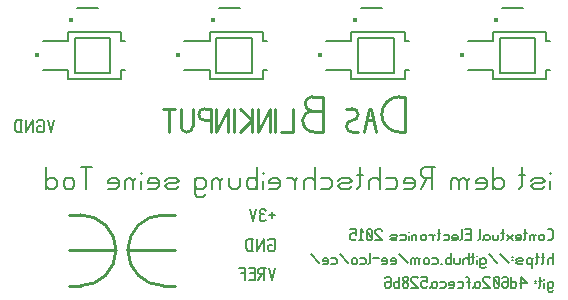
<source format=gbo>
G04 start of page 9 for group -4078 idx -4078 *
G04 Title: Das Blinkinput, bottomsilk *
G04 Creator: pcb 1.99z *
G04 CreationDate: Thu 04 Jun 2015 03:29:16 PM GMT UTC *
G04 For: eelco *
G04 Format: Gerber/RS-274X *
G04 PCB-Dimensions (mil): 3937.01 3937.01 *
G04 PCB-Coordinate-Origin: lower left *
%MOIN*%
%FSLAX25Y25*%
%LNBOTTOMSILK*%
%ADD56C,0.0157*%
%ADD55C,0.0081*%
%ADD54C,0.0079*%
%ADD53C,0.0090*%
%ADD52C,0.0098*%
G54D52*X153543Y224409D02*X149606D01*
X153543Y212598D02*X137795D01*
X153543Y200787D02*X149606D01*
X118110Y224409D02*X122047D01*
X118110Y212598D02*X133858D01*
X118110Y200787D02*X122047D01*
X218110Y259843D02*X216535Y251969D01*
X218110Y259843D02*X218898D01*
X214567Y251969D02*X212598D01*
Y259843D02*X210630D01*
X202756Y251969D02*Y263780D01*
X199213D01*
Y259055D02*X202756D01*
X200000Y251969D02*X202756D01*
X218898Y259843D02*X220472Y251969D01*
X219488Y255906D02*X217520D01*
X230315Y263780D02*Y251969D01*
Y263780D02*X228346D01*
Y251969D02*X230315D01*
X192913Y259843D02*Y251969D01*
X187008Y259843D02*Y251969D01*
X192913D02*X188976D01*
X185039D02*Y259843D01*
X181102Y251969D01*
Y259843D01*
X179134D02*Y251969D01*
Y255906D02*X175197Y259843D01*
X179134Y255906D02*X175197Y251969D01*
X173228Y259843D02*Y251969D01*
X171260D02*Y259843D01*
X167323Y251969D01*
Y259843D01*
X165354Y251969D02*Y259843D01*
X163386D01*
Y255906D02*X165354D01*
X159449Y259843D02*Y253937D01*
X155512D02*Y259843D01*
X153543D02*X149606D01*
X151575D02*Y251969D01*
X149606Y224409D02*G75*G03X137795Y212598I0J-11811D01*G01*
G75*G03X149606Y200787I11811J0D01*G01*
X122047Y224409D02*G75*G02X133858Y212598I0J-11811D01*G01*
G75*G02X122047Y200787I-11811J0D01*G01*
X163386Y259843D02*G75*G03X161417Y257874I0J-1969D01*G01*
G75*G03X163386Y255906I1969J0D01*G01*
X157480Y251969D02*G75*G03X159449Y253937I0J1969D01*G01*
X157480Y251969D02*G75*G02X155512Y253937I0J1969D01*G01*
X212598Y251969D02*G75*G02X210630Y253937I0J1969D01*G01*
G75*G02X212598Y255906I1969J0D01*G01*
G75*G03X214567Y257874I0J1969D01*G01*
X212598Y259843D02*G75*G02X214567Y257874I0J-1969D01*G01*
X228346Y263780D02*G75*G03X222441Y257874I0J-5906D01*G01*
G75*G03X228346Y251969I5906J0D01*G01*
X199213Y263780D02*G75*G03X196850Y261417I0J-2362D01*G01*
G75*G03X199213Y259055I2362J0D01*G01*
G75*G03X196063Y255906I0J-3150D01*G01*
G75*G03X200000Y251969I3937J0D01*G01*
G54D53*X278543Y238346D02*Y238526D01*
G54D54*Y233126D02*Y235826D01*
X273143Y233126D02*X275843D01*
X273143D02*X272243Y234026D01*
X273143Y234926D02*X272243Y234026D01*
X273143Y234926D02*X275843D01*
X276743Y235826D02*X275843Y234926D01*
X276743Y235826D02*X275843Y236726D01*
X273143D02*X275843D01*
X273143D02*X272243Y235826D01*
X276743Y234026D02*X275843Y233126D01*
X269183Y234026D02*Y240326D01*
Y234026D02*X268283Y233126D01*
Y237626D02*X270083D01*
X259643Y233126D02*Y240326D01*
X260543Y233126D02*X259643Y234026D01*
X260543Y233126D02*X262343D01*
X263243Y234026D02*X262343Y233126D01*
X263243Y234026D02*Y235826D01*
X262343Y236726D01*
X260543D02*X262343D01*
X260543D02*X259643Y235826D01*
X253883Y233126D02*X256583D01*
X257483Y234026D02*X256583Y233126D01*
X257483Y234026D02*Y235826D01*
X256583Y236726D01*
X254783D02*X256583D01*
X254783D02*X253883Y235826D01*
Y234926D02*X257483D01*
X253883D02*Y235826D01*
X250823Y233126D02*Y235826D01*
X249923Y236726D01*
X249023D02*X249923D01*
X249023D02*X248123Y235826D01*
Y233126D02*Y235826D01*
X247223Y236726D01*
X246323D02*X247223D01*
X246323D02*X245423Y235826D01*
Y233126D02*Y235826D01*
X251723Y236726D02*X250823Y235826D01*
X236423Y240326D02*X240023D01*
X236423D02*X235523Y239426D01*
Y237626D02*Y239426D01*
X236423Y236726D02*X235523Y237626D01*
X236423Y236726D02*X239123D01*
Y233126D02*Y240326D01*
X237683Y236726D02*X235523Y233126D01*
X229763D02*X232463D01*
X233363Y234026D02*X232463Y233126D01*
X233363Y234026D02*Y235826D01*
X232463Y236726D01*
X230663D02*X232463D01*
X230663D02*X229763Y235826D01*
Y234926D02*X233363D01*
X229763D02*Y235826D01*
X224003Y236726D02*X226703D01*
X227603Y235826D02*X226703Y236726D01*
X227603Y234026D02*Y235826D01*
Y234026D02*X226703Y233126D01*
X224003D02*X226703D01*
X221843D02*Y240326D01*
Y235826D02*X220943Y236726D01*
X219143D02*X220943D01*
X219143D02*X218243Y235826D01*
Y233126D02*Y235826D01*
X215183Y234026D02*Y240326D01*
Y234026D02*X214283Y233126D01*
Y237626D02*X216083D01*
X208883Y233126D02*X211583D01*
X208883D02*X207983Y234026D01*
X208883Y234926D02*X207983Y234026D01*
X208883Y234926D02*X211583D01*
X212483Y235826D02*X211583Y234926D01*
X212483Y235826D02*X211583Y236726D01*
X208883D02*X211583D01*
X208883D02*X207983Y235826D01*
X212483Y234026D02*X211583Y233126D01*
X202223Y236726D02*X204923D01*
X205823Y235826D02*X204923Y236726D01*
X205823Y234026D02*Y235826D01*
Y234026D02*X204923Y233126D01*
X202223D02*X204923D01*
X200063D02*Y240326D01*
Y235826D02*X199163Y236726D01*
X197363D02*X199163D01*
X197363D02*X196463Y235826D01*
Y233126D02*Y235826D01*
X193403Y233126D02*Y235826D01*
X192503Y236726D01*
X190703D02*X192503D01*
X194303D02*X193403Y235826D01*
X184943Y233126D02*X187643D01*
X188543Y234026D02*X187643Y233126D01*
X188543Y234026D02*Y235826D01*
X187643Y236726D01*
X185843D02*X187643D01*
X185843D02*X184943Y235826D01*
Y234926D02*X188543D01*
X184943D02*Y235826D01*
G54D53*X182783Y238346D02*Y238526D01*
G54D54*Y233126D02*Y235826D01*
X180983Y233126D02*Y240326D01*
Y234026D02*X180083Y233126D01*
X178283D02*X180083D01*
X178283D02*X177383Y234026D01*
Y235826D01*
X178283Y236726D02*X177383Y235826D01*
X178283Y236726D02*X180083D01*
X180983Y235826D02*X180083Y236726D01*
X175223Y234026D02*Y236726D01*
Y234026D02*X174323Y233126D01*
X172523D02*X174323D01*
X172523D02*X171623Y234026D01*
Y236726D01*
X168563Y233126D02*Y235826D01*
X167663Y236726D01*
X166763D02*X167663D01*
X166763D02*X165863Y235826D01*
Y233126D02*Y235826D01*
X169463Y236726D02*X168563Y235826D01*
X161003Y236726D02*X160103Y235826D01*
X161003Y236726D02*X162803D01*
X163703Y235826D02*X162803Y236726D01*
X163703Y234026D02*Y235826D01*
Y234026D02*X162803Y233126D01*
X161003D02*X162803D01*
X161003D02*X160103Y234026D01*
X163703Y231326D02*X162803Y230426D01*
X161003D02*X162803D01*
X161003D02*X160103Y231326D01*
Y236726D01*
X151103Y233126D02*X153803D01*
X151103D02*X150203Y234026D01*
X151103Y234926D02*X150203Y234026D01*
X151103Y234926D02*X153803D01*
X154703Y235826D02*X153803Y234926D01*
X154703Y235826D02*X153803Y236726D01*
X151103D02*X153803D01*
X151103D02*X150203Y235826D01*
X154703Y234026D02*X153803Y233126D01*
X144443D02*X147143D01*
X148043Y234026D02*X147143Y233126D01*
X148043Y234026D02*Y235826D01*
X147143Y236726D01*
X145343D02*X147143D01*
X145343D02*X144443Y235826D01*
Y234926D02*X148043D01*
X144443D02*Y235826D01*
G54D53*X142283Y238346D02*Y238526D01*
G54D54*Y233126D02*Y235826D01*
X139583Y233126D02*Y235826D01*
X138683Y236726D01*
X137783D02*X138683D01*
X137783D02*X136883Y235826D01*
Y233126D02*Y235826D01*
X140483Y236726D02*X139583Y235826D01*
X131123Y233126D02*X133823D01*
X134723Y234026D02*X133823Y233126D01*
X134723Y234026D02*Y235826D01*
X133823Y236726D01*
X132023D02*X133823D01*
X132023D02*X131123Y235826D01*
Y234926D02*X134723D01*
X131123D02*Y235826D01*
X122123Y240326D02*X125723D01*
X123923Y233126D02*Y240326D01*
X119963Y234026D02*Y235826D01*
X119063Y236726D01*
X117263D02*X119063D01*
X117263D02*X116363Y235826D01*
Y234026D02*Y235826D01*
X117263Y233126D02*X116363Y234026D01*
X117263Y233126D02*X119063D01*
X119963Y234026D02*X119063Y233126D01*
X110603D02*Y240326D01*
X111503Y233126D02*X110603Y234026D01*
X111503Y233126D02*X113303D01*
X114203Y234026D02*X113303Y233126D01*
X114203Y234026D02*Y235826D01*
X113303Y236726D01*
X111503D02*X113303D01*
X111503D02*X110603Y235826D01*
X185008Y224362D02*X187008D01*
X186008Y223362D02*Y225362D01*
X183808Y225862D02*X183308Y226362D01*
X182308D02*X183308D01*
X182308D02*X181808Y225862D01*
X182308Y222362D02*X181808Y222862D01*
X182308Y222362D02*X183308D01*
X183808Y222862D02*X183308Y222362D01*
X182308Y224562D02*X183308D01*
X181808Y225062D02*Y225862D01*
Y222862D02*Y224062D01*
X182308Y224562D01*
X181808Y225062D02*X182308Y224562D01*
X180608Y226362D02*X179608Y222362D01*
X178608Y226362D01*
X185008Y216520D02*X184508Y216020D01*
X185008Y216520D02*X186508D01*
X187008Y216020D02*X186508Y216520D01*
X187008Y213020D02*Y216020D01*
Y213020D02*X186508Y212520D01*
X185008D02*X186508D01*
X185008D02*X184508Y213020D01*
Y214020D01*
X185008Y214520D02*X184508Y214020D01*
X185008Y214520D02*X186008D01*
X183308Y212520D02*Y216520D01*
X180808Y212520D01*
Y216520D01*
X179108Y212520D02*Y216520D01*
X177808D02*X177108Y215820D01*
Y213220D02*Y215820D01*
X177808Y212520D02*X177108Y213220D01*
X177808Y212520D02*X179608D01*
X177808Y216520D02*X179608D01*
X187008Y206677D02*X186008Y202677D01*
X185008Y206677D01*
X181808D02*X183808D01*
X181808D02*X181308Y206177D01*
Y205177D02*Y206177D01*
X181808Y204677D02*X181308Y205177D01*
X181808Y204677D02*X183308D01*
Y202677D02*Y206677D01*
X182508Y204677D02*X181308Y202677D01*
X178608Y204877D02*X180108D01*
X178108Y202677D02*X180108D01*
Y206677D01*
X178108D02*X180108D01*
X176908Y202677D02*Y206677D01*
X174908D02*X176908D01*
X175408Y204877D02*X176908D01*
X277708Y215922D02*X278891D01*
X279528Y216559D02*X278891Y215922D01*
X279528Y216559D02*Y218925D01*
X278891Y219562D01*
X277708D02*X278891D01*
X276616Y216377D02*Y217287D01*
X276161Y217742D01*
X275251D02*X276161D01*
X275251D02*X274796Y217287D01*
Y216377D02*Y217287D01*
X275251Y215922D02*X274796Y216377D01*
X275251Y215922D02*X276161D01*
X276616Y216377D02*X276161Y215922D01*
X273249D02*Y217287D01*
X272794Y217742D01*
X272339D02*X272794D01*
X272339D02*X271884Y217287D01*
Y215922D02*Y217287D01*
X273704Y217742D02*X273249Y217287D01*
X270337Y216377D02*Y219562D01*
Y216377D02*X269882Y215922D01*
Y218197D02*X270792D01*
X267152Y215922D02*X268517D01*
X268972Y216377D02*X268517Y215922D01*
X268972Y216377D02*Y217287D01*
X268517Y217742D01*
X267607D02*X268517D01*
X267607D02*X267152Y217287D01*
Y216832D02*X268972D01*
X267152D02*Y217287D01*
X266060Y217742D02*X264240Y215922D01*
X266060D02*X264240Y217742D01*
X262693Y216377D02*Y219562D01*
Y216377D02*X262238Y215922D01*
Y218197D02*X263148D01*
X261328Y216377D02*Y217742D01*
Y216377D02*X260873Y215922D01*
X259963D02*X260873D01*
X259963D02*X259508Y216377D01*
Y217742D01*
X257051D02*X256596Y217287D01*
X257051Y217742D02*X257961D01*
X258416Y217287D02*X257961Y217742D01*
X258416Y216377D02*Y217287D01*
Y216377D02*X257961Y215922D01*
X256596Y216377D02*Y217742D01*
Y216377D02*X256141Y215922D01*
X257051D02*X257961D01*
X257051D02*X256596Y216377D01*
X255049D02*Y219562D01*
Y216377D02*X254594Y215922D01*
X250681Y217924D02*X252046D01*
X250226Y215922D02*X252046D01*
Y219562D01*
X250226D02*X252046D01*
X249134Y216377D02*Y219562D01*
Y216377D02*X248679Y215922D01*
X245949D02*X247314D01*
X247769Y216377D02*X247314Y215922D01*
X247769Y216377D02*Y217287D01*
X247314Y217742D01*
X246404D02*X247314D01*
X246404D02*X245949Y217287D01*
Y216832D02*X247769D01*
X245949D02*Y217287D01*
X243037Y217742D02*X244402D01*
X244857Y217287D02*X244402Y217742D01*
X244857Y216377D02*Y217287D01*
Y216377D02*X244402Y215922D01*
X243037D02*X244402D01*
X241490Y216377D02*Y219562D01*
Y216377D02*X241035Y215922D01*
Y218197D02*X241945D01*
X239670Y215922D02*Y217287D01*
X239215Y217742D01*
X238305D02*X239215D01*
X240125D02*X239670Y217287D01*
X237213Y216377D02*Y217287D01*
X236758Y217742D01*
X235848D02*X236758D01*
X235848D02*X235393Y217287D01*
Y216377D02*Y217287D01*
X235848Y215922D02*X235393Y216377D01*
X235848Y215922D02*X236758D01*
X237213Y216377D02*X236758Y215922D01*
X233846D02*Y217287D01*
X233391Y217742D01*
X232936D02*X233391D01*
X232936D02*X232480Y217287D01*
Y215922D02*Y217287D01*
X234300Y217742D02*X233846Y217287D01*
X231388Y218561D02*Y218652D01*
Y215922D02*Y217287D01*
X228658Y217742D02*X230023D01*
X230478Y217287D02*X230023Y217742D01*
X230478Y216377D02*Y217287D01*
Y216377D02*X230023Y215922D01*
X228658D02*X230023D01*
X225746D02*X227111D01*
X225746D02*X225291Y216377D01*
X225746Y216832D02*X225291Y216377D01*
X225746Y216832D02*X227111D01*
X227566Y217287D02*X227111Y216832D01*
X227566Y217287D02*X227111Y217742D01*
X225746D02*X227111D01*
X225746D02*X225291Y217287D01*
X227566Y216377D02*X227111Y215922D01*
X222561Y219107D02*X222106Y219562D01*
X220741D02*X222106D01*
X220741D02*X220286Y219107D01*
Y218197D02*Y219107D01*
X222561Y215922D02*X220286Y218197D01*
Y215922D02*X222561D01*
X219194Y216377D02*X218739Y215922D01*
X219194Y216377D02*Y219107D01*
X218739Y219562D01*
X217829D02*X218739D01*
X217829D02*X217374Y219107D01*
Y216377D02*Y219107D01*
X217829Y215922D02*X217374Y216377D01*
X217829Y215922D02*X218739D01*
X219194Y216832D02*X217374Y218652D01*
X216282Y218834D02*X215554Y219562D01*
Y215922D02*Y219562D01*
X214917Y215922D02*X216282D01*
X212005Y219562D02*X213825D01*
Y217742D02*Y219562D01*
Y217742D02*X213370Y218197D01*
X212460D02*X213370D01*
X212460D02*X212005Y217742D01*
Y216377D02*Y217742D01*
X212460Y215922D02*X212005Y216377D01*
X212460Y215922D02*X213370D01*
X213825Y216377D02*X213370Y215922D01*
X279528Y208048D02*Y211688D01*
Y209413D02*X279073Y209868D01*
X278163D02*X279073D01*
X278163D02*X277708Y209413D01*
Y208048D02*Y209413D01*
X276161Y208503D02*Y211688D01*
Y208503D02*X275706Y208048D01*
Y210323D02*X276616D01*
X274341Y208503D02*Y211688D01*
Y208503D02*X273886Y208048D01*
Y210323D02*X274796D01*
X272521Y206683D02*Y209413D01*
X272976Y209868D02*X272521Y209413D01*
X272066Y209868D01*
X271156D02*X272066D01*
X271156D02*X270701Y209413D01*
Y208503D02*Y209413D01*
X271156Y208048D02*X270701Y208503D01*
X271156Y208048D02*X272066D01*
X272521Y208503D02*X272066Y208048D01*
X267789D02*X269154D01*
X267789D02*X267334Y208503D01*
X267789Y208958D02*X267334Y208503D01*
X267789Y208958D02*X269154D01*
X269609Y209413D02*X269154Y208958D01*
X269609Y209413D02*X269154Y209868D01*
X267789D02*X269154D01*
X267789D02*X267334Y209413D01*
X269609Y208503D02*X269154Y208048D01*
X265787Y210323D02*X266242D01*
X265787Y209413D02*X266242D01*
X264695Y208503D02*X261965Y211233D01*
X260873Y208503D02*X258143Y211233D01*
X255686Y209868D02*X255231Y209413D01*
X255686Y209868D02*X256596D01*
X257051Y209413D02*X256596Y209868D01*
X257051Y208503D02*Y209413D01*
Y208503D02*X256596Y208048D01*
X255686D02*X256596D01*
X255686D02*X255231Y208503D01*
X257051Y207138D02*X256596Y206683D01*
X255686D02*X256596D01*
X255686D02*X255231Y207138D01*
Y209868D01*
X254139Y210687D02*Y210778D01*
Y208048D02*Y209413D01*
X252774Y208503D02*Y211688D01*
Y208503D02*X252319Y208048D01*
Y210323D02*X253229D01*
X251409Y208048D02*Y211688D01*
Y209413D02*X250954Y209868D01*
X250044D02*X250954D01*
X250044D02*X249589Y209413D01*
Y208048D02*Y209413D01*
X248497Y208503D02*Y209868D01*
Y208503D02*X248042Y208048D01*
X247132D02*X248042D01*
X247132D02*X246677Y208503D01*
Y209868D01*
X245585Y208048D02*Y211688D01*
Y208503D02*X245130Y208048D01*
X244220D02*X245130D01*
X244220D02*X243765Y208503D01*
Y209413D01*
X244220Y209868D02*X243765Y209413D01*
X244220Y209868D02*X245130D01*
X245585Y209413D02*X245130Y209868D01*
X242218Y208048D02*X242673D01*
X239306Y209868D02*X240671D01*
X241126Y209413D02*X240671Y209868D01*
X241126Y208503D02*Y209413D01*
Y208503D02*X240671Y208048D01*
X239306D02*X240671D01*
X238214Y208503D02*Y209413D01*
X237759Y209868D01*
X236849D02*X237759D01*
X236849D02*X236394Y209413D01*
Y208503D02*Y209413D01*
X236849Y208048D02*X236394Y208503D01*
X236849Y208048D02*X237759D01*
X238214Y208503D02*X237759Y208048D01*
X234846D02*Y209413D01*
X234392Y209868D01*
X233936D02*X234392D01*
X233936D02*X233482Y209413D01*
Y208048D02*Y209413D01*
X233026Y209868D01*
X232572D02*X233026D01*
X232572D02*X232116Y209413D01*
Y208048D02*Y209413D01*
X235302Y209868D02*X234846Y209413D01*
X231024Y208503D02*X228294Y211233D01*
X225382Y208048D02*X226747D01*
X227202Y208503D02*X226747Y208048D01*
X227202Y208503D02*Y209413D01*
X226747Y209868D01*
X225837D02*X226747D01*
X225837D02*X225382Y209413D01*
Y208958D02*X227202D01*
X225382D02*Y209413D01*
X222470Y208048D02*X223835D01*
X224290Y208503D02*X223835Y208048D01*
X224290Y208503D02*Y209413D01*
X223835Y209868D01*
X222925D02*X223835D01*
X222925D02*X222470Y209413D01*
Y208958D02*X224290D01*
X222470D02*Y209413D01*
X219558Y209868D02*X221378D01*
X218466Y208503D02*Y211688D01*
Y208503D02*X218011Y208048D01*
X215281Y209868D02*X216646D01*
X217101Y209413D02*X216646Y209868D01*
X217101Y208503D02*Y209413D01*
Y208503D02*X216646Y208048D01*
X215281D02*X216646D01*
X214189Y208503D02*Y209413D01*
X213734Y209868D01*
X212824D02*X213734D01*
X212824D02*X212369Y209413D01*
Y208503D02*Y209413D01*
X212824Y208048D02*X212369Y208503D01*
X212824Y208048D02*X213734D01*
X214189Y208503D02*X213734Y208048D01*
X211277Y208503D02*X208547Y211233D01*
X205635Y209868D02*X207000D01*
X207455Y209413D02*X207000Y209868D01*
X207455Y208503D02*Y209413D01*
Y208503D02*X207000Y208048D01*
X205635D02*X207000D01*
X202723D02*X204088D01*
X204543Y208503D02*X204088Y208048D01*
X204543Y208503D02*Y209413D01*
X204088Y209868D01*
X203178D02*X204088D01*
X203178D02*X202723Y209413D01*
Y208958D02*X204543D01*
X202723D02*Y209413D01*
X201631Y208503D02*X198901Y211233D01*
X278163Y201994D02*X277708Y201539D01*
X278163Y201994D02*X279073D01*
X279528Y201539D02*X279073Y201994D01*
X279528Y200629D02*Y201539D01*
Y200629D02*X279073Y200174D01*
X278163D02*X279073D01*
X278163D02*X277708Y200629D01*
X279528Y199264D02*X279073Y198809D01*
X278163D02*X279073D01*
X278163D02*X277708Y199264D01*
Y201994D01*
X276616Y202813D02*Y202904D01*
Y200174D02*Y201539D01*
X275251Y200629D02*Y203814D01*
Y200629D02*X274796Y200174D01*
Y202449D02*X275706D01*
X273431D02*X273886D01*
X273431Y201539D02*X273886D01*
X270701D02*X268881Y203814D01*
X268426Y201539D02*X270701D01*
X268881Y200174D02*Y203814D01*
X265514Y200174D02*Y203814D01*
X265969Y200174D02*X265514Y200629D01*
X265969Y200174D02*X266879D01*
X267334Y200629D02*X266879Y200174D01*
X267334Y200629D02*Y201539D01*
X266879Y201994D01*
X265969D02*X266879D01*
X265969D02*X265514Y201539D01*
X263057Y203814D02*X262602Y203359D01*
X263057Y203814D02*X263967D01*
X264422Y203359D02*X263967Y203814D01*
X264422Y200629D02*Y203359D01*
Y200629D02*X263967Y200174D01*
X263057Y202176D02*X262602Y201721D01*
X263057Y202176D02*X264422D01*
X263057Y200174D02*X263967D01*
X263057D02*X262602Y200629D01*
Y201721D01*
X261510Y200629D02*X261055Y200174D01*
X261510Y200629D02*Y203359D01*
X261055Y203814D01*
X260145D02*X261055D01*
X260145D02*X259690Y203359D01*
Y200629D02*Y203359D01*
X260145Y200174D02*X259690Y200629D01*
X260145Y200174D02*X261055D01*
X261510Y201084D02*X259690Y202904D01*
X258598Y203359D02*X258143Y203814D01*
X256778D02*X258143D01*
X256778D02*X256323Y203359D01*
Y202449D02*Y203359D01*
X258598Y200174D02*X256323Y202449D01*
Y200174D02*X258598D01*
X253866Y201994D02*X253411Y201539D01*
X253866Y201994D02*X254776D01*
X255231Y201539D02*X254776Y201994D01*
X255231Y200629D02*Y201539D01*
Y200629D02*X254776Y200174D01*
X253411Y200629D02*Y201994D01*
Y200629D02*X252956Y200174D01*
X253866D02*X254776D01*
X253866D02*X253411Y200629D01*
X251409Y200174D02*Y203359D01*
X250954Y203814D01*
X250499D02*X250954D01*
Y201994D02*X251864D01*
X247769D02*X249134D01*
X249589Y201539D02*X249134Y201994D01*
X249589Y200629D02*Y201539D01*
Y200629D02*X249134Y200174D01*
X247769D02*X249134D01*
X244857D02*X246222D01*
X246677Y200629D02*X246222Y200174D01*
X246677Y200629D02*Y201539D01*
X246222Y201994D01*
X245312D02*X246222D01*
X245312D02*X244857Y201539D01*
Y201084D02*X246677D01*
X244857D02*Y201539D01*
X241945Y201994D02*X243310D01*
X243765Y201539D02*X243310Y201994D01*
X243765Y200629D02*Y201539D01*
Y200629D02*X243310Y200174D01*
X241945D02*X243310D01*
X239488Y201994D02*X239033Y201539D01*
X239488Y201994D02*X240398D01*
X240853Y201539D02*X240398Y201994D01*
X240853Y200629D02*Y201539D01*
Y200629D02*X240398Y200174D01*
X239033Y200629D02*Y201994D01*
Y200629D02*X238578Y200174D01*
X239488D02*X240398D01*
X239488D02*X239033Y200629D01*
X235666Y203814D02*X237486D01*
Y201994D02*Y203814D01*
Y201994D02*X237031Y202449D01*
X236121D02*X237031D01*
X236121D02*X235666Y201994D01*
Y200629D02*Y201994D01*
X236121Y200174D02*X235666Y200629D01*
X236121Y200174D02*X237031D01*
X237486Y200629D02*X237031Y200174D01*
X234574Y203359D02*X234119Y203814D01*
X232754D02*X234119D01*
X232754D02*X232299Y203359D01*
Y202449D02*Y203359D01*
X234574Y200174D02*X232299Y202449D01*
Y200174D02*X234574D01*
X231206Y200629D02*X230752Y200174D01*
X231206Y200629D02*Y201357D01*
X230570Y201994D01*
X230024D02*X230570D01*
X230024D02*X229386Y201357D01*
Y200629D02*Y201357D01*
X229842Y200174D02*X229386Y200629D01*
X229842Y200174D02*X230752D01*
X231206Y202631D02*X230570Y201994D01*
X231206Y202631D02*Y203359D01*
X230752Y203814D01*
X229842D02*X230752D01*
X229842D02*X229386Y203359D01*
Y202631D02*Y203359D01*
X230024Y201994D02*X229386Y202631D01*
X228294Y200174D02*Y203814D01*
Y200629D02*X227839Y200174D01*
X226929D02*X227839D01*
X226929D02*X226474Y200629D01*
Y201539D01*
X226929Y201994D02*X226474Y201539D01*
X226929Y201994D02*X227839D01*
X228294Y201539D02*X227839Y201994D01*
X224017Y203814D02*X223562Y203359D01*
X224017Y203814D02*X224927D01*
X225382Y203359D02*X224927Y203814D01*
X225382Y200629D02*Y203359D01*
Y200629D02*X224927Y200174D01*
X224017Y202176D02*X223562Y201721D01*
X224017Y202176D02*X225382D01*
X224017Y200174D02*X224927D01*
X224017D02*X223562Y200629D01*
Y201721D01*
X113189Y255890D02*X112189Y251890D01*
X111189Y255890D01*
X107989D02*X107489Y255390D01*
X107989Y255890D02*X109489D01*
X109989Y255390D02*X109489Y255890D01*
X109989Y252390D02*Y255390D01*
Y252390D02*X109489Y251890D01*
X107989D02*X109489D01*
X107989D02*X107489Y252390D01*
Y253390D01*
X107989Y253890D02*X107489Y253390D01*
X107989Y253890D02*X108989D01*
X106289Y251890D02*Y255890D01*
X103789Y251890D01*
Y255890D01*
X102089Y251890D02*Y255890D01*
X100789D02*X100089Y255190D01*
Y252590D02*Y255190D01*
X100789Y251890D02*X100089Y252590D01*
X100789Y251890D02*X102589D01*
X100789Y255890D02*X102589D01*
G54D55*X259567Y269685D02*X277283D01*
Y272835D02*Y269685D01*
X259567Y272835D02*Y269685D01*
X251102Y272835D02*X259567D01*
X277283D02*X278661D01*
X259567Y285433D02*X277283D01*
Y282283D01*
X259567Y285433D02*Y282283D01*
X251102D02*X259567D01*
X277283D02*X278661D01*
X261811Y271654D02*X273622D01*
X261811Y283465D02*Y271654D01*
X273622Y283465D02*Y271654D01*
X261811Y283465D02*X273622D01*
G54D56*X249134Y277559D03*
G54D55*X262598Y293307D02*X269685D01*
X262598Y285433D02*X269685D01*
G54D56*X260630Y289370D03*
G54D55*X117835Y269685D02*X135551D01*
Y272835D02*Y269685D01*
X117835Y272835D02*Y269685D01*
X109370Y272835D02*X117835D01*
X135551D02*X136929D01*
X117835Y285433D02*X135551D01*
Y282283D01*
X117835Y285433D02*Y282283D01*
X109370D02*X117835D01*
X135551D02*X136929D01*
X120079Y271654D02*X131890D01*
X120079Y283465D02*Y271654D01*
X131890Y283465D02*Y271654D01*
X120079Y283465D02*X131890D01*
G54D56*X107402Y277559D03*
G54D55*X120866Y293307D02*X127953D01*
X120866Y285433D02*X127953D01*
G54D56*X118898Y289370D03*
G54D55*X165079Y269685D02*X182795D01*
Y272835D02*Y269685D01*
X165079Y272835D02*Y269685D01*
X156614Y272835D02*X165079D01*
X182795D02*X184173D01*
X165079Y285433D02*X182795D01*
Y282283D01*
X165079Y285433D02*Y282283D01*
X156614D02*X165079D01*
X182795D02*X184173D01*
X167323Y271654D02*X179134D01*
X167323Y283465D02*Y271654D01*
X179134Y283465D02*Y271654D01*
X167323Y283465D02*X179134D01*
G54D56*X154646Y277559D03*
G54D55*X168110Y293307D02*X175197D01*
X168110Y285433D02*X175197D01*
G54D56*X166142Y289370D03*
G54D55*X212323Y269685D02*X230039D01*
Y272835D02*Y269685D01*
X212323Y272835D02*Y269685D01*
X203858Y272835D02*X212323D01*
X230039D02*X231417D01*
X212323Y285433D02*X230039D01*
Y282283D01*
X212323Y285433D02*Y282283D01*
X203858D02*X212323D01*
X230039D02*X231417D01*
X214567Y271654D02*X226378D01*
X214567Y283465D02*Y271654D01*
X226378Y283465D02*Y271654D01*
X214567Y283465D02*X226378D01*
G54D56*X201890Y277559D03*
G54D55*X215354Y293307D02*X222441D01*
X215354Y285433D02*X222441D01*
G54D56*X213386Y289370D03*
M02*

</source>
